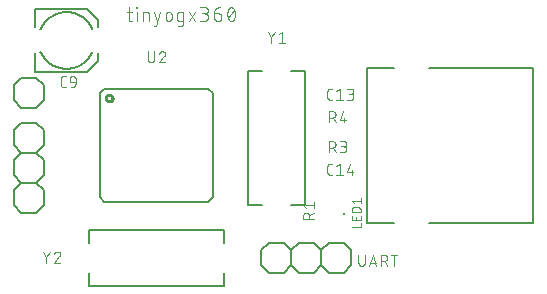
<source format=gbr>
G04 EAGLE Gerber RS-274X export*
G75*
%MOMM*%
%FSLAX34Y34*%
%LPD*%
%INSilkscreen Top*%
%IPPOS*%
%AMOC8*
5,1,8,0,0,1.08239X$1,22.5*%
G01*
%ADD10C,0.101600*%
%ADD11C,0.200000*%
%ADD12C,0.127000*%
%ADD13C,0.076200*%
%ADD14C,0.152400*%
%ADD15C,0.203200*%
%ADD16C,0.254000*%
%ADD17R,0.250000X0.250000*%


D10*
X108458Y240072D02*
X112353Y240072D01*
X109756Y243967D02*
X109756Y234230D01*
X109757Y234230D02*
X109759Y234143D01*
X109765Y234055D01*
X109775Y233969D01*
X109788Y233882D01*
X109806Y233797D01*
X109827Y233712D01*
X109852Y233628D01*
X109881Y233546D01*
X109914Y233465D01*
X109950Y233385D01*
X109989Y233307D01*
X110033Y233231D01*
X110079Y233157D01*
X110129Y233086D01*
X110182Y233016D01*
X110238Y232949D01*
X110297Y232885D01*
X110359Y232823D01*
X110423Y232764D01*
X110490Y232708D01*
X110560Y232655D01*
X110631Y232605D01*
X110705Y232559D01*
X110781Y232515D01*
X110859Y232476D01*
X110939Y232440D01*
X111020Y232407D01*
X111102Y232378D01*
X111186Y232353D01*
X111271Y232332D01*
X111356Y232314D01*
X111443Y232301D01*
X111529Y232291D01*
X111617Y232285D01*
X111704Y232283D01*
X112353Y232283D01*
X116594Y232283D02*
X116594Y240072D01*
X116269Y243318D02*
X116269Y243967D01*
X116918Y243967D01*
X116918Y243318D01*
X116269Y243318D01*
X121617Y240072D02*
X121617Y232283D01*
X121617Y240072D02*
X124863Y240072D01*
X124950Y240070D01*
X125038Y240064D01*
X125124Y240054D01*
X125211Y240041D01*
X125296Y240023D01*
X125381Y240002D01*
X125465Y239977D01*
X125547Y239948D01*
X125628Y239915D01*
X125708Y239879D01*
X125786Y239840D01*
X125862Y239796D01*
X125936Y239750D01*
X126007Y239700D01*
X126077Y239647D01*
X126144Y239591D01*
X126208Y239532D01*
X126270Y239471D01*
X126329Y239406D01*
X126385Y239339D01*
X126438Y239269D01*
X126488Y239198D01*
X126534Y239124D01*
X126578Y239048D01*
X126617Y238970D01*
X126653Y238890D01*
X126686Y238809D01*
X126715Y238727D01*
X126740Y238643D01*
X126761Y238558D01*
X126779Y238473D01*
X126792Y238386D01*
X126802Y238300D01*
X126808Y238212D01*
X126810Y238125D01*
X126810Y232283D01*
X131523Y228388D02*
X132821Y228388D01*
X136716Y240072D01*
X131523Y240072D02*
X134120Y232283D01*
X141048Y234879D02*
X141048Y237476D01*
X141049Y237476D02*
X141051Y237577D01*
X141057Y237677D01*
X141067Y237777D01*
X141080Y237877D01*
X141098Y237976D01*
X141119Y238075D01*
X141144Y238172D01*
X141173Y238269D01*
X141206Y238364D01*
X141242Y238458D01*
X141282Y238550D01*
X141325Y238641D01*
X141372Y238730D01*
X141422Y238817D01*
X141476Y238903D01*
X141533Y238986D01*
X141593Y239066D01*
X141656Y239145D01*
X141723Y239221D01*
X141792Y239294D01*
X141864Y239364D01*
X141938Y239432D01*
X142015Y239497D01*
X142095Y239558D01*
X142177Y239617D01*
X142261Y239672D01*
X142347Y239724D01*
X142435Y239773D01*
X142525Y239818D01*
X142617Y239860D01*
X142710Y239898D01*
X142805Y239932D01*
X142900Y239963D01*
X142997Y239990D01*
X143095Y240013D01*
X143194Y240033D01*
X143294Y240048D01*
X143394Y240060D01*
X143494Y240068D01*
X143595Y240072D01*
X143695Y240072D01*
X143796Y240068D01*
X143896Y240060D01*
X143996Y240048D01*
X144096Y240033D01*
X144195Y240013D01*
X144293Y239990D01*
X144390Y239963D01*
X144485Y239932D01*
X144580Y239898D01*
X144673Y239860D01*
X144765Y239818D01*
X144855Y239773D01*
X144943Y239724D01*
X145029Y239672D01*
X145113Y239617D01*
X145195Y239558D01*
X145275Y239497D01*
X145352Y239432D01*
X145426Y239364D01*
X145498Y239294D01*
X145567Y239221D01*
X145634Y239145D01*
X145697Y239066D01*
X145757Y238986D01*
X145814Y238903D01*
X145868Y238817D01*
X145918Y238730D01*
X145965Y238641D01*
X146008Y238550D01*
X146048Y238458D01*
X146084Y238364D01*
X146117Y238269D01*
X146146Y238172D01*
X146171Y238075D01*
X146192Y237976D01*
X146210Y237877D01*
X146223Y237777D01*
X146233Y237677D01*
X146239Y237577D01*
X146241Y237476D01*
X146241Y234879D01*
X146239Y234778D01*
X146233Y234678D01*
X146223Y234578D01*
X146210Y234478D01*
X146192Y234379D01*
X146171Y234280D01*
X146146Y234183D01*
X146117Y234086D01*
X146084Y233991D01*
X146048Y233897D01*
X146008Y233805D01*
X145965Y233714D01*
X145918Y233625D01*
X145868Y233538D01*
X145814Y233452D01*
X145757Y233369D01*
X145697Y233289D01*
X145634Y233210D01*
X145567Y233134D01*
X145498Y233061D01*
X145426Y232991D01*
X145352Y232923D01*
X145275Y232858D01*
X145195Y232797D01*
X145113Y232738D01*
X145029Y232683D01*
X144943Y232631D01*
X144855Y232582D01*
X144765Y232537D01*
X144673Y232495D01*
X144580Y232457D01*
X144485Y232423D01*
X144390Y232392D01*
X144293Y232365D01*
X144195Y232342D01*
X144096Y232322D01*
X143996Y232307D01*
X143896Y232295D01*
X143796Y232287D01*
X143695Y232283D01*
X143595Y232283D01*
X143494Y232287D01*
X143394Y232295D01*
X143294Y232307D01*
X143194Y232322D01*
X143095Y232342D01*
X142997Y232365D01*
X142900Y232392D01*
X142805Y232423D01*
X142710Y232457D01*
X142617Y232495D01*
X142525Y232537D01*
X142435Y232582D01*
X142347Y232631D01*
X142261Y232683D01*
X142177Y232738D01*
X142095Y232797D01*
X142015Y232858D01*
X141938Y232923D01*
X141864Y232991D01*
X141792Y233061D01*
X141723Y233134D01*
X141656Y233210D01*
X141593Y233289D01*
X141533Y233369D01*
X141476Y233452D01*
X141422Y233538D01*
X141372Y233625D01*
X141325Y233714D01*
X141282Y233805D01*
X141242Y233897D01*
X141206Y233991D01*
X141173Y234086D01*
X141144Y234183D01*
X141119Y234280D01*
X141098Y234379D01*
X141080Y234478D01*
X141067Y234578D01*
X141057Y234678D01*
X141051Y234778D01*
X141049Y234879D01*
X152843Y232283D02*
X156088Y232283D01*
X152843Y232283D02*
X152756Y232285D01*
X152668Y232291D01*
X152582Y232301D01*
X152495Y232314D01*
X152410Y232332D01*
X152325Y232353D01*
X152241Y232378D01*
X152159Y232407D01*
X152078Y232440D01*
X151998Y232476D01*
X151920Y232515D01*
X151844Y232559D01*
X151770Y232605D01*
X151699Y232655D01*
X151629Y232708D01*
X151562Y232764D01*
X151498Y232823D01*
X151436Y232885D01*
X151377Y232949D01*
X151321Y233016D01*
X151268Y233086D01*
X151218Y233157D01*
X151172Y233231D01*
X151128Y233307D01*
X151089Y233385D01*
X151053Y233465D01*
X151020Y233546D01*
X150991Y233628D01*
X150966Y233712D01*
X150945Y233797D01*
X150927Y233882D01*
X150914Y233969D01*
X150904Y234055D01*
X150898Y234143D01*
X150896Y234230D01*
X150895Y234230D02*
X150895Y238125D01*
X150896Y238125D02*
X150898Y238212D01*
X150904Y238300D01*
X150914Y238386D01*
X150927Y238473D01*
X150945Y238558D01*
X150966Y238643D01*
X150991Y238727D01*
X151020Y238809D01*
X151053Y238890D01*
X151089Y238970D01*
X151128Y239048D01*
X151172Y239124D01*
X151218Y239198D01*
X151268Y239269D01*
X151321Y239339D01*
X151377Y239406D01*
X151436Y239470D01*
X151498Y239532D01*
X151562Y239591D01*
X151629Y239647D01*
X151699Y239700D01*
X151770Y239750D01*
X151844Y239796D01*
X151920Y239840D01*
X151998Y239879D01*
X152078Y239915D01*
X152159Y239948D01*
X152241Y239977D01*
X152325Y240002D01*
X152410Y240023D01*
X152495Y240041D01*
X152582Y240054D01*
X152668Y240064D01*
X152756Y240070D01*
X152843Y240072D01*
X156088Y240072D01*
X156088Y230336D01*
X156086Y230249D01*
X156080Y230161D01*
X156070Y230075D01*
X156057Y229988D01*
X156039Y229903D01*
X156018Y229818D01*
X155993Y229734D01*
X155964Y229652D01*
X155931Y229571D01*
X155895Y229491D01*
X155856Y229413D01*
X155812Y229337D01*
X155766Y229263D01*
X155716Y229192D01*
X155663Y229122D01*
X155607Y229055D01*
X155548Y228991D01*
X155487Y228929D01*
X155422Y228870D01*
X155355Y228814D01*
X155285Y228761D01*
X155214Y228711D01*
X155140Y228665D01*
X155064Y228621D01*
X154986Y228582D01*
X154906Y228546D01*
X154825Y228513D01*
X154743Y228484D01*
X154659Y228459D01*
X154574Y228438D01*
X154489Y228420D01*
X154402Y228407D01*
X154316Y228397D01*
X154228Y228391D01*
X154141Y228389D01*
X154141Y228388D02*
X151544Y228388D01*
X160860Y232283D02*
X166053Y240072D01*
X160860Y240072D02*
X166053Y232283D01*
X170498Y232283D02*
X173744Y232283D01*
X173857Y232285D01*
X173970Y232291D01*
X174083Y232301D01*
X174196Y232315D01*
X174308Y232332D01*
X174419Y232354D01*
X174529Y232379D01*
X174639Y232409D01*
X174747Y232442D01*
X174854Y232479D01*
X174960Y232519D01*
X175064Y232564D01*
X175167Y232612D01*
X175268Y232663D01*
X175367Y232718D01*
X175464Y232776D01*
X175559Y232838D01*
X175652Y232903D01*
X175742Y232971D01*
X175830Y233042D01*
X175916Y233117D01*
X175999Y233194D01*
X176079Y233274D01*
X176156Y233357D01*
X176231Y233443D01*
X176302Y233531D01*
X176370Y233621D01*
X176435Y233714D01*
X176497Y233809D01*
X176555Y233906D01*
X176610Y234005D01*
X176661Y234106D01*
X176709Y234209D01*
X176754Y234313D01*
X176794Y234419D01*
X176831Y234526D01*
X176864Y234634D01*
X176894Y234744D01*
X176919Y234854D01*
X176941Y234965D01*
X176958Y235077D01*
X176972Y235190D01*
X176982Y235303D01*
X176988Y235416D01*
X176990Y235529D01*
X176988Y235642D01*
X176982Y235755D01*
X176972Y235868D01*
X176958Y235981D01*
X176941Y236093D01*
X176919Y236204D01*
X176894Y236314D01*
X176864Y236424D01*
X176831Y236532D01*
X176794Y236639D01*
X176754Y236745D01*
X176709Y236849D01*
X176661Y236952D01*
X176610Y237053D01*
X176555Y237152D01*
X176497Y237249D01*
X176435Y237344D01*
X176370Y237437D01*
X176302Y237527D01*
X176231Y237615D01*
X176156Y237701D01*
X176079Y237784D01*
X175999Y237864D01*
X175916Y237941D01*
X175830Y238016D01*
X175742Y238087D01*
X175652Y238155D01*
X175559Y238220D01*
X175464Y238282D01*
X175367Y238340D01*
X175268Y238395D01*
X175167Y238446D01*
X175064Y238494D01*
X174960Y238539D01*
X174854Y238579D01*
X174747Y238616D01*
X174639Y238649D01*
X174529Y238679D01*
X174419Y238704D01*
X174308Y238726D01*
X174196Y238743D01*
X174083Y238757D01*
X173970Y238767D01*
X173857Y238773D01*
X173744Y238775D01*
X174393Y243967D02*
X170498Y243967D01*
X174393Y243967D02*
X174494Y243965D01*
X174594Y243959D01*
X174694Y243949D01*
X174794Y243936D01*
X174893Y243918D01*
X174992Y243897D01*
X175089Y243872D01*
X175186Y243843D01*
X175281Y243810D01*
X175375Y243774D01*
X175467Y243734D01*
X175558Y243691D01*
X175647Y243644D01*
X175734Y243594D01*
X175820Y243540D01*
X175903Y243483D01*
X175983Y243423D01*
X176062Y243360D01*
X176138Y243293D01*
X176211Y243224D01*
X176281Y243152D01*
X176349Y243078D01*
X176414Y243001D01*
X176475Y242921D01*
X176534Y242839D01*
X176589Y242755D01*
X176641Y242669D01*
X176690Y242581D01*
X176735Y242491D01*
X176777Y242399D01*
X176815Y242306D01*
X176849Y242211D01*
X176880Y242116D01*
X176907Y242019D01*
X176930Y241921D01*
X176950Y241822D01*
X176965Y241722D01*
X176977Y241622D01*
X176985Y241522D01*
X176989Y241421D01*
X176989Y241321D01*
X176985Y241220D01*
X176977Y241120D01*
X176965Y241020D01*
X176950Y240920D01*
X176930Y240821D01*
X176907Y240723D01*
X176880Y240626D01*
X176849Y240531D01*
X176815Y240436D01*
X176777Y240343D01*
X176735Y240251D01*
X176690Y240161D01*
X176641Y240073D01*
X176589Y239987D01*
X176534Y239903D01*
X176475Y239821D01*
X176414Y239741D01*
X176349Y239664D01*
X176281Y239590D01*
X176211Y239518D01*
X176138Y239449D01*
X176062Y239382D01*
X175983Y239319D01*
X175903Y239259D01*
X175820Y239202D01*
X175734Y239148D01*
X175647Y239098D01*
X175558Y239051D01*
X175467Y239008D01*
X175375Y238968D01*
X175281Y238932D01*
X175186Y238899D01*
X175089Y238870D01*
X174992Y238845D01*
X174893Y238824D01*
X174794Y238806D01*
X174694Y238793D01*
X174594Y238783D01*
X174494Y238777D01*
X174393Y238775D01*
X174393Y238774D02*
X171796Y238774D01*
X181928Y238774D02*
X185823Y238774D01*
X185922Y238772D01*
X186022Y238766D01*
X186121Y238757D01*
X186219Y238744D01*
X186317Y238727D01*
X186415Y238706D01*
X186511Y238681D01*
X186606Y238653D01*
X186700Y238621D01*
X186793Y238586D01*
X186885Y238547D01*
X186975Y238504D01*
X187063Y238459D01*
X187150Y238409D01*
X187234Y238357D01*
X187317Y238301D01*
X187397Y238243D01*
X187475Y238181D01*
X187550Y238116D01*
X187623Y238048D01*
X187693Y237978D01*
X187761Y237905D01*
X187826Y237830D01*
X187888Y237752D01*
X187946Y237672D01*
X188002Y237589D01*
X188054Y237505D01*
X188104Y237418D01*
X188149Y237330D01*
X188192Y237240D01*
X188231Y237148D01*
X188266Y237055D01*
X188298Y236961D01*
X188326Y236866D01*
X188351Y236770D01*
X188372Y236672D01*
X188389Y236574D01*
X188402Y236476D01*
X188411Y236377D01*
X188417Y236277D01*
X188419Y236178D01*
X188419Y235529D01*
X188420Y235529D02*
X188418Y235416D01*
X188412Y235303D01*
X188402Y235190D01*
X188388Y235077D01*
X188371Y234965D01*
X188349Y234854D01*
X188324Y234744D01*
X188294Y234634D01*
X188261Y234526D01*
X188224Y234419D01*
X188184Y234313D01*
X188139Y234209D01*
X188091Y234106D01*
X188040Y234005D01*
X187985Y233906D01*
X187927Y233809D01*
X187865Y233714D01*
X187800Y233621D01*
X187732Y233531D01*
X187661Y233443D01*
X187586Y233357D01*
X187509Y233274D01*
X187429Y233194D01*
X187346Y233117D01*
X187260Y233042D01*
X187172Y232971D01*
X187082Y232903D01*
X186989Y232838D01*
X186894Y232776D01*
X186797Y232718D01*
X186698Y232663D01*
X186597Y232612D01*
X186494Y232564D01*
X186390Y232519D01*
X186284Y232479D01*
X186177Y232442D01*
X186069Y232409D01*
X185959Y232379D01*
X185849Y232354D01*
X185738Y232332D01*
X185626Y232315D01*
X185513Y232301D01*
X185400Y232291D01*
X185287Y232285D01*
X185174Y232283D01*
X185061Y232285D01*
X184948Y232291D01*
X184835Y232301D01*
X184722Y232315D01*
X184610Y232332D01*
X184499Y232354D01*
X184389Y232379D01*
X184279Y232409D01*
X184171Y232442D01*
X184064Y232479D01*
X183958Y232519D01*
X183854Y232564D01*
X183751Y232612D01*
X183650Y232663D01*
X183551Y232718D01*
X183454Y232776D01*
X183359Y232838D01*
X183266Y232903D01*
X183176Y232971D01*
X183088Y233042D01*
X183002Y233117D01*
X182919Y233194D01*
X182839Y233274D01*
X182762Y233357D01*
X182687Y233443D01*
X182616Y233531D01*
X182548Y233621D01*
X182483Y233714D01*
X182421Y233809D01*
X182363Y233906D01*
X182308Y234005D01*
X182257Y234106D01*
X182209Y234209D01*
X182164Y234313D01*
X182124Y234419D01*
X182087Y234526D01*
X182054Y234634D01*
X182024Y234744D01*
X181999Y234854D01*
X181977Y234965D01*
X181960Y235077D01*
X181946Y235190D01*
X181936Y235303D01*
X181930Y235416D01*
X181928Y235529D01*
X181928Y238774D01*
X181930Y238917D01*
X181936Y239060D01*
X181946Y239203D01*
X181960Y239345D01*
X181977Y239487D01*
X181999Y239629D01*
X182024Y239770D01*
X182054Y239910D01*
X182087Y240049D01*
X182124Y240187D01*
X182165Y240324D01*
X182209Y240460D01*
X182258Y240595D01*
X182310Y240728D01*
X182365Y240860D01*
X182425Y240990D01*
X182488Y241119D01*
X182554Y241246D01*
X182624Y241370D01*
X182697Y241493D01*
X182774Y241614D01*
X182854Y241733D01*
X182937Y241849D01*
X183023Y241964D01*
X183112Y242075D01*
X183205Y242185D01*
X183300Y242291D01*
X183399Y242395D01*
X183500Y242496D01*
X183604Y242595D01*
X183710Y242690D01*
X183820Y242783D01*
X183931Y242872D01*
X184046Y242958D01*
X184162Y243041D01*
X184281Y243121D01*
X184402Y243198D01*
X184524Y243271D01*
X184649Y243341D01*
X184776Y243407D01*
X184905Y243470D01*
X185035Y243530D01*
X185167Y243585D01*
X185300Y243637D01*
X185435Y243686D01*
X185571Y243730D01*
X185708Y243771D01*
X185846Y243808D01*
X185985Y243841D01*
X186125Y243871D01*
X186266Y243896D01*
X186408Y243918D01*
X186550Y243935D01*
X186692Y243949D01*
X186835Y243959D01*
X186978Y243965D01*
X187121Y243967D01*
X194332Y242344D02*
X194233Y242136D01*
X194140Y241926D01*
X194052Y241714D01*
X193969Y241500D01*
X193891Y241283D01*
X193818Y241065D01*
X193750Y240846D01*
X193688Y240624D01*
X193631Y240402D01*
X193579Y240178D01*
X193533Y239953D01*
X193492Y239727D01*
X193457Y239499D01*
X193427Y239272D01*
X193402Y239043D01*
X193383Y238814D01*
X193369Y238585D01*
X193361Y238355D01*
X193358Y238125D01*
X194332Y242344D02*
X194365Y242434D01*
X194401Y242523D01*
X194441Y242611D01*
X194485Y242696D01*
X194532Y242780D01*
X194582Y242862D01*
X194636Y242942D01*
X194692Y243019D01*
X194752Y243095D01*
X194815Y243168D01*
X194880Y243238D01*
X194949Y243306D01*
X195020Y243370D01*
X195093Y243432D01*
X195169Y243491D01*
X195247Y243547D01*
X195328Y243600D01*
X195410Y243649D01*
X195494Y243695D01*
X195581Y243738D01*
X195668Y243777D01*
X195758Y243813D01*
X195848Y243845D01*
X195940Y243873D01*
X196033Y243898D01*
X196127Y243919D01*
X196221Y243936D01*
X196316Y243950D01*
X196412Y243959D01*
X196508Y243965D01*
X196604Y243967D01*
X196700Y243965D01*
X196796Y243959D01*
X196892Y243950D01*
X196987Y243936D01*
X197081Y243919D01*
X197175Y243898D01*
X197268Y243873D01*
X197360Y243845D01*
X197450Y243813D01*
X197540Y243777D01*
X197627Y243738D01*
X197714Y243695D01*
X197798Y243649D01*
X197880Y243600D01*
X197961Y243547D01*
X198039Y243491D01*
X198115Y243432D01*
X198188Y243370D01*
X198259Y243306D01*
X198328Y243238D01*
X198393Y243168D01*
X198456Y243095D01*
X198516Y243019D01*
X198572Y242942D01*
X198626Y242862D01*
X198676Y242780D01*
X198723Y242696D01*
X198767Y242611D01*
X198807Y242523D01*
X198843Y242434D01*
X198876Y242344D01*
X198975Y242137D01*
X199068Y241927D01*
X199156Y241714D01*
X199239Y241500D01*
X199317Y241284D01*
X199390Y241066D01*
X199458Y240846D01*
X199520Y240625D01*
X199577Y240402D01*
X199629Y240178D01*
X199675Y239953D01*
X199716Y239727D01*
X199751Y239500D01*
X199781Y239272D01*
X199806Y239043D01*
X199825Y238814D01*
X199839Y238585D01*
X199847Y238355D01*
X199850Y238125D01*
X193358Y238125D02*
X193361Y237895D01*
X193369Y237665D01*
X193383Y237436D01*
X193402Y237207D01*
X193427Y236978D01*
X193457Y236750D01*
X193492Y236523D01*
X193533Y236297D01*
X193579Y236072D01*
X193631Y235848D01*
X193688Y235625D01*
X193750Y235404D01*
X193818Y235184D01*
X193891Y234966D01*
X193969Y234750D01*
X194052Y234536D01*
X194140Y234324D01*
X194233Y234113D01*
X194332Y233906D01*
X194365Y233816D01*
X194401Y233727D01*
X194442Y233639D01*
X194485Y233554D01*
X194532Y233470D01*
X194582Y233388D01*
X194636Y233308D01*
X194692Y233231D01*
X194752Y233155D01*
X194815Y233082D01*
X194880Y233012D01*
X194949Y232944D01*
X195020Y232880D01*
X195093Y232818D01*
X195169Y232759D01*
X195247Y232703D01*
X195328Y232650D01*
X195410Y232601D01*
X195494Y232555D01*
X195581Y232512D01*
X195668Y232473D01*
X195758Y232437D01*
X195848Y232405D01*
X195940Y232377D01*
X196033Y232352D01*
X196127Y232331D01*
X196221Y232314D01*
X196316Y232300D01*
X196412Y232291D01*
X196508Y232285D01*
X196604Y232283D01*
X198875Y233906D02*
X198974Y234113D01*
X199067Y234324D01*
X199155Y234536D01*
X199238Y234750D01*
X199316Y234966D01*
X199389Y235184D01*
X199457Y235404D01*
X199519Y235625D01*
X199576Y235848D01*
X199628Y236072D01*
X199674Y236297D01*
X199715Y236523D01*
X199750Y236750D01*
X199780Y236978D01*
X199805Y237207D01*
X199824Y237436D01*
X199838Y237665D01*
X199846Y237895D01*
X199849Y238125D01*
X198876Y233906D02*
X198843Y233816D01*
X198807Y233727D01*
X198767Y233639D01*
X198723Y233554D01*
X198676Y233470D01*
X198626Y233388D01*
X198572Y233308D01*
X198516Y233231D01*
X198456Y233155D01*
X198393Y233082D01*
X198328Y233012D01*
X198259Y232944D01*
X198188Y232880D01*
X198115Y232818D01*
X198039Y232759D01*
X197961Y232703D01*
X197880Y232650D01*
X197798Y232601D01*
X197714Y232555D01*
X197627Y232512D01*
X197540Y232473D01*
X197450Y232437D01*
X197360Y232405D01*
X197268Y232377D01*
X197175Y232352D01*
X197081Y232331D01*
X196987Y232314D01*
X196892Y232300D01*
X196796Y232291D01*
X196700Y232285D01*
X196604Y232283D01*
X194007Y234879D02*
X199200Y241371D01*
D11*
X364350Y61500D02*
X452350Y61500D01*
X452350Y192500D01*
X364350Y192500D01*
X334350Y61500D02*
X311350Y61500D01*
X311350Y192500D01*
X334350Y192500D01*
D12*
X222410Y76350D02*
X210950Y76350D01*
X210950Y190350D01*
X222410Y190350D01*
X247490Y190350D02*
X258950Y190350D01*
X258950Y76350D01*
X247490Y76350D01*
D13*
X230571Y218681D02*
X227438Y223119D01*
X230571Y218681D02*
X233704Y223119D01*
X230571Y218681D02*
X230571Y213721D01*
X237104Y221031D02*
X239715Y223119D01*
X239715Y213721D01*
X242325Y213721D02*
X237104Y213721D01*
D14*
X241300Y44450D02*
X228600Y44450D01*
X241300Y44450D02*
X247650Y38100D01*
X247650Y25400D01*
X241300Y19050D01*
X247650Y38100D02*
X254000Y44450D01*
X266700Y44450D01*
X273050Y38100D01*
X273050Y25400D01*
X266700Y19050D01*
X254000Y19050D01*
X247650Y25400D01*
X222250Y25400D02*
X222250Y38100D01*
X228600Y44450D01*
X222250Y25400D02*
X228600Y19050D01*
X241300Y19050D01*
X273050Y38100D02*
X279400Y44450D01*
X292100Y44450D01*
X298450Y38100D01*
X298450Y25400D01*
X292100Y19050D01*
X279400Y19050D01*
X273050Y25400D01*
D13*
X304419Y27630D02*
X304419Y34417D01*
X304419Y27630D02*
X304421Y27529D01*
X304427Y27428D01*
X304437Y27327D01*
X304450Y27227D01*
X304468Y27127D01*
X304489Y27028D01*
X304515Y26930D01*
X304544Y26833D01*
X304576Y26737D01*
X304613Y26643D01*
X304653Y26550D01*
X304697Y26458D01*
X304744Y26369D01*
X304795Y26281D01*
X304849Y26195D01*
X304906Y26112D01*
X304966Y26030D01*
X305030Y25952D01*
X305096Y25875D01*
X305166Y25802D01*
X305238Y25731D01*
X305313Y25663D01*
X305391Y25598D01*
X305471Y25536D01*
X305553Y25477D01*
X305638Y25421D01*
X305725Y25369D01*
X305813Y25320D01*
X305904Y25274D01*
X305996Y25233D01*
X306090Y25194D01*
X306185Y25160D01*
X306281Y25129D01*
X306379Y25102D01*
X306477Y25078D01*
X306577Y25059D01*
X306677Y25043D01*
X306777Y25031D01*
X306878Y25023D01*
X306979Y25019D01*
X307081Y25019D01*
X307182Y25023D01*
X307283Y25031D01*
X307383Y25043D01*
X307483Y25059D01*
X307583Y25078D01*
X307681Y25102D01*
X307779Y25129D01*
X307875Y25160D01*
X307970Y25194D01*
X308064Y25233D01*
X308156Y25274D01*
X308247Y25320D01*
X308335Y25369D01*
X308422Y25421D01*
X308507Y25477D01*
X308589Y25536D01*
X308669Y25598D01*
X308747Y25663D01*
X308822Y25731D01*
X308894Y25802D01*
X308964Y25875D01*
X309030Y25952D01*
X309094Y26030D01*
X309154Y26112D01*
X309211Y26195D01*
X309265Y26281D01*
X309316Y26369D01*
X309363Y26458D01*
X309407Y26550D01*
X309447Y26643D01*
X309484Y26737D01*
X309516Y26833D01*
X309545Y26930D01*
X309571Y27028D01*
X309592Y27127D01*
X309610Y27227D01*
X309623Y27327D01*
X309633Y27428D01*
X309639Y27529D01*
X309641Y27630D01*
X309640Y27630D02*
X309640Y34417D01*
X316478Y34417D02*
X313346Y25019D01*
X319611Y25019D02*
X316478Y34417D01*
X318828Y27369D02*
X314129Y27369D01*
X323374Y25019D02*
X323374Y34417D01*
X325984Y34417D01*
X326085Y34415D01*
X326186Y34409D01*
X326287Y34399D01*
X326387Y34386D01*
X326487Y34368D01*
X326586Y34347D01*
X326684Y34321D01*
X326781Y34292D01*
X326877Y34260D01*
X326971Y34223D01*
X327064Y34183D01*
X327156Y34139D01*
X327245Y34092D01*
X327333Y34041D01*
X327419Y33987D01*
X327502Y33930D01*
X327584Y33870D01*
X327662Y33806D01*
X327739Y33740D01*
X327812Y33670D01*
X327883Y33598D01*
X327951Y33523D01*
X328016Y33445D01*
X328078Y33365D01*
X328137Y33283D01*
X328193Y33198D01*
X328245Y33111D01*
X328294Y33023D01*
X328340Y32932D01*
X328381Y32840D01*
X328420Y32746D01*
X328454Y32651D01*
X328485Y32555D01*
X328512Y32457D01*
X328536Y32359D01*
X328555Y32259D01*
X328571Y32159D01*
X328583Y32059D01*
X328591Y31958D01*
X328595Y31857D01*
X328595Y31755D01*
X328591Y31654D01*
X328583Y31553D01*
X328571Y31453D01*
X328555Y31353D01*
X328536Y31253D01*
X328512Y31155D01*
X328485Y31057D01*
X328454Y30961D01*
X328420Y30866D01*
X328381Y30772D01*
X328340Y30680D01*
X328294Y30589D01*
X328245Y30500D01*
X328193Y30414D01*
X328137Y30329D01*
X328078Y30247D01*
X328016Y30167D01*
X327951Y30089D01*
X327883Y30014D01*
X327812Y29942D01*
X327739Y29872D01*
X327662Y29806D01*
X327584Y29742D01*
X327502Y29682D01*
X327419Y29625D01*
X327333Y29571D01*
X327245Y29520D01*
X327156Y29473D01*
X327064Y29429D01*
X326971Y29389D01*
X326877Y29352D01*
X326781Y29320D01*
X326684Y29291D01*
X326586Y29265D01*
X326487Y29244D01*
X326387Y29226D01*
X326287Y29213D01*
X326186Y29203D01*
X326085Y29197D01*
X325984Y29195D01*
X325984Y29196D02*
X323374Y29196D01*
X326506Y29196D02*
X328595Y25019D01*
X334461Y25019D02*
X334461Y34417D01*
X331851Y34417D02*
X337072Y34417D01*
D15*
X89350Y175000D02*
X85350Y171000D01*
X89350Y175000D02*
X177350Y175000D01*
X181350Y171000D01*
X181350Y83000D01*
X177350Y79000D01*
X89350Y79000D01*
X85350Y83000D01*
X85350Y171000D01*
D16*
X90523Y167000D02*
X90525Y167106D01*
X90531Y167211D01*
X90541Y167317D01*
X90555Y167421D01*
X90572Y167526D01*
X90594Y167629D01*
X90619Y167732D01*
X90649Y167833D01*
X90682Y167934D01*
X90718Y168033D01*
X90759Y168130D01*
X90803Y168227D01*
X90851Y168321D01*
X90902Y168414D01*
X90956Y168504D01*
X91014Y168593D01*
X91075Y168679D01*
X91140Y168763D01*
X91207Y168844D01*
X91278Y168923D01*
X91351Y168999D01*
X91427Y169072D01*
X91506Y169143D01*
X91587Y169210D01*
X91671Y169275D01*
X91757Y169336D01*
X91846Y169394D01*
X91937Y169448D01*
X92029Y169499D01*
X92123Y169547D01*
X92220Y169591D01*
X92317Y169632D01*
X92416Y169668D01*
X92517Y169701D01*
X92618Y169731D01*
X92721Y169756D01*
X92824Y169778D01*
X92929Y169795D01*
X93033Y169809D01*
X93139Y169819D01*
X93244Y169825D01*
X93350Y169827D01*
X93456Y169825D01*
X93561Y169819D01*
X93667Y169809D01*
X93771Y169795D01*
X93876Y169778D01*
X93979Y169756D01*
X94082Y169731D01*
X94183Y169701D01*
X94284Y169668D01*
X94383Y169632D01*
X94480Y169591D01*
X94577Y169547D01*
X94671Y169499D01*
X94764Y169448D01*
X94854Y169394D01*
X94943Y169336D01*
X95029Y169275D01*
X95113Y169210D01*
X95194Y169143D01*
X95273Y169072D01*
X95349Y168999D01*
X95422Y168923D01*
X95493Y168844D01*
X95560Y168763D01*
X95625Y168679D01*
X95686Y168593D01*
X95744Y168504D01*
X95798Y168413D01*
X95849Y168321D01*
X95897Y168227D01*
X95941Y168130D01*
X95982Y168033D01*
X96018Y167934D01*
X96051Y167833D01*
X96081Y167732D01*
X96106Y167629D01*
X96128Y167526D01*
X96145Y167421D01*
X96159Y167317D01*
X96169Y167211D01*
X96175Y167106D01*
X96177Y167000D01*
X96175Y166894D01*
X96169Y166789D01*
X96159Y166683D01*
X96145Y166579D01*
X96128Y166474D01*
X96106Y166371D01*
X96081Y166268D01*
X96051Y166167D01*
X96018Y166066D01*
X95982Y165967D01*
X95941Y165870D01*
X95897Y165773D01*
X95849Y165679D01*
X95798Y165586D01*
X95744Y165496D01*
X95686Y165407D01*
X95625Y165321D01*
X95560Y165237D01*
X95493Y165156D01*
X95422Y165077D01*
X95349Y165001D01*
X95273Y164928D01*
X95194Y164857D01*
X95113Y164790D01*
X95029Y164725D01*
X94943Y164664D01*
X94854Y164606D01*
X94763Y164552D01*
X94671Y164501D01*
X94577Y164453D01*
X94480Y164409D01*
X94383Y164368D01*
X94284Y164332D01*
X94183Y164299D01*
X94082Y164269D01*
X93979Y164244D01*
X93876Y164222D01*
X93771Y164205D01*
X93667Y164191D01*
X93561Y164181D01*
X93456Y164175D01*
X93350Y164173D01*
X93244Y164175D01*
X93139Y164181D01*
X93033Y164191D01*
X92929Y164205D01*
X92824Y164222D01*
X92721Y164244D01*
X92618Y164269D01*
X92517Y164299D01*
X92416Y164332D01*
X92317Y164368D01*
X92220Y164409D01*
X92123Y164453D01*
X92029Y164501D01*
X91936Y164552D01*
X91846Y164606D01*
X91757Y164664D01*
X91671Y164725D01*
X91587Y164790D01*
X91506Y164857D01*
X91427Y164928D01*
X91351Y165001D01*
X91278Y165077D01*
X91207Y165156D01*
X91140Y165237D01*
X91075Y165321D01*
X91014Y165407D01*
X90956Y165496D01*
X90902Y165587D01*
X90851Y165679D01*
X90803Y165773D01*
X90759Y165870D01*
X90718Y165967D01*
X90682Y166066D01*
X90649Y166167D01*
X90619Y166268D01*
X90594Y166371D01*
X90572Y166474D01*
X90555Y166579D01*
X90541Y166683D01*
X90531Y166789D01*
X90525Y166894D01*
X90523Y167000D01*
D13*
X126015Y199842D02*
X126015Y206629D01*
X126015Y199842D02*
X126017Y199741D01*
X126023Y199640D01*
X126033Y199539D01*
X126046Y199439D01*
X126064Y199339D01*
X126085Y199240D01*
X126111Y199142D01*
X126140Y199045D01*
X126172Y198949D01*
X126209Y198855D01*
X126249Y198762D01*
X126293Y198670D01*
X126340Y198581D01*
X126391Y198493D01*
X126445Y198407D01*
X126502Y198324D01*
X126562Y198242D01*
X126626Y198164D01*
X126692Y198087D01*
X126762Y198014D01*
X126834Y197943D01*
X126909Y197875D01*
X126987Y197810D01*
X127067Y197748D01*
X127149Y197689D01*
X127234Y197633D01*
X127321Y197581D01*
X127409Y197532D01*
X127500Y197486D01*
X127592Y197445D01*
X127686Y197406D01*
X127781Y197372D01*
X127877Y197341D01*
X127975Y197314D01*
X128073Y197290D01*
X128173Y197271D01*
X128273Y197255D01*
X128373Y197243D01*
X128474Y197235D01*
X128575Y197231D01*
X128677Y197231D01*
X128778Y197235D01*
X128879Y197243D01*
X128979Y197255D01*
X129079Y197271D01*
X129179Y197290D01*
X129277Y197314D01*
X129375Y197341D01*
X129471Y197372D01*
X129566Y197406D01*
X129660Y197445D01*
X129752Y197486D01*
X129843Y197532D01*
X129931Y197581D01*
X130018Y197633D01*
X130103Y197689D01*
X130185Y197748D01*
X130265Y197810D01*
X130343Y197875D01*
X130418Y197943D01*
X130490Y198014D01*
X130560Y198087D01*
X130626Y198164D01*
X130690Y198242D01*
X130750Y198324D01*
X130807Y198407D01*
X130861Y198493D01*
X130912Y198581D01*
X130959Y198670D01*
X131003Y198762D01*
X131043Y198855D01*
X131080Y198949D01*
X131112Y199045D01*
X131141Y199142D01*
X131167Y199240D01*
X131188Y199339D01*
X131206Y199439D01*
X131219Y199539D01*
X131229Y199640D01*
X131235Y199741D01*
X131237Y199842D01*
X131236Y199842D02*
X131236Y206629D01*
X138335Y206630D02*
X138430Y206628D01*
X138524Y206622D01*
X138618Y206613D01*
X138712Y206600D01*
X138805Y206583D01*
X138897Y206562D01*
X138989Y206537D01*
X139079Y206509D01*
X139168Y206477D01*
X139256Y206442D01*
X139342Y206403D01*
X139427Y206361D01*
X139510Y206315D01*
X139591Y206266D01*
X139670Y206214D01*
X139747Y206159D01*
X139821Y206100D01*
X139893Y206039D01*
X139963Y205975D01*
X140030Y205908D01*
X140094Y205838D01*
X140155Y205766D01*
X140214Y205692D01*
X140269Y205615D01*
X140321Y205536D01*
X140370Y205455D01*
X140416Y205372D01*
X140458Y205287D01*
X140497Y205201D01*
X140532Y205113D01*
X140564Y205024D01*
X140592Y204934D01*
X140617Y204842D01*
X140638Y204750D01*
X140655Y204657D01*
X140668Y204563D01*
X140677Y204469D01*
X140683Y204375D01*
X140685Y204280D01*
X138335Y206629D02*
X138227Y206627D01*
X138118Y206621D01*
X138010Y206611D01*
X137903Y206598D01*
X137796Y206580D01*
X137689Y206559D01*
X137584Y206534D01*
X137479Y206505D01*
X137376Y206473D01*
X137274Y206436D01*
X137173Y206396D01*
X137074Y206353D01*
X136976Y206306D01*
X136880Y206255D01*
X136786Y206201D01*
X136694Y206144D01*
X136604Y206083D01*
X136516Y206019D01*
X136431Y205953D01*
X136348Y205883D01*
X136268Y205810D01*
X136190Y205734D01*
X136115Y205656D01*
X136043Y205575D01*
X135974Y205491D01*
X135908Y205405D01*
X135845Y205317D01*
X135786Y205226D01*
X135729Y205134D01*
X135676Y205039D01*
X135627Y204943D01*
X135581Y204844D01*
X135538Y204745D01*
X135499Y204643D01*
X135464Y204541D01*
X139902Y202452D02*
X139971Y202521D01*
X140037Y202592D01*
X140101Y202665D01*
X140162Y202741D01*
X140220Y202820D01*
X140274Y202900D01*
X140326Y202983D01*
X140374Y203067D01*
X140420Y203153D01*
X140461Y203241D01*
X140500Y203331D01*
X140535Y203422D01*
X140566Y203514D01*
X140594Y203607D01*
X140618Y203701D01*
X140638Y203796D01*
X140655Y203892D01*
X140668Y203989D01*
X140677Y204086D01*
X140683Y204183D01*
X140685Y204280D01*
X139902Y202452D02*
X135464Y197231D01*
X140685Y197231D01*
D15*
X74650Y189400D02*
X30650Y189400D01*
X30650Y204900D01*
X30650Y226900D02*
X30650Y242400D01*
X74650Y242400D01*
X83650Y233400D02*
X83650Y226900D01*
X83650Y204900D02*
X83650Y198400D01*
X74650Y189400D01*
X83650Y233400D02*
X74650Y242400D01*
X79150Y206400D02*
X78911Y205864D01*
X78659Y205334D01*
X78394Y204811D01*
X78116Y204294D01*
X77825Y203784D01*
X77523Y203281D01*
X77208Y202786D01*
X76880Y202299D01*
X76541Y201820D01*
X76191Y201350D01*
X75829Y200888D01*
X75456Y200435D01*
X75072Y199991D01*
X74677Y199557D01*
X74271Y199133D01*
X73856Y198719D01*
X73430Y198315D01*
X72994Y197921D01*
X72549Y197539D01*
X72095Y197167D01*
X71632Y196807D01*
X71160Y196458D01*
X70680Y196121D01*
X70192Y195796D01*
X69696Y195482D01*
X69192Y195181D01*
X68681Y194893D01*
X68163Y194617D01*
X67639Y194353D01*
X67108Y194103D01*
X66571Y193866D01*
X66029Y193642D01*
X65481Y193431D01*
X64929Y193234D01*
X64371Y193050D01*
X63810Y192880D01*
X63244Y192724D01*
X62675Y192582D01*
X62102Y192453D01*
X61526Y192339D01*
X60948Y192239D01*
X60368Y192153D01*
X59785Y192081D01*
X59201Y192024D01*
X58616Y191981D01*
X58030Y191952D01*
X57443Y191938D01*
X56857Y191938D01*
X56270Y191952D01*
X55684Y191981D01*
X55099Y192024D01*
X54515Y192081D01*
X53932Y192153D01*
X53352Y192239D01*
X52774Y192339D01*
X52198Y192453D01*
X51625Y192582D01*
X51056Y192724D01*
X50490Y192880D01*
X49929Y193050D01*
X49371Y193234D01*
X48819Y193431D01*
X48271Y193642D01*
X47729Y193866D01*
X47192Y194103D01*
X46661Y194353D01*
X46137Y194617D01*
X45619Y194893D01*
X45108Y195181D01*
X44604Y195482D01*
X44108Y195796D01*
X43620Y196121D01*
X43140Y196458D01*
X42668Y196807D01*
X42205Y197167D01*
X41751Y197539D01*
X41306Y197921D01*
X40870Y198315D01*
X40444Y198719D01*
X40029Y199133D01*
X39623Y199557D01*
X39228Y199991D01*
X38844Y200435D01*
X38471Y200888D01*
X38109Y201350D01*
X37759Y201820D01*
X37420Y202299D01*
X37092Y202786D01*
X36777Y203281D01*
X36475Y203784D01*
X36184Y204294D01*
X35906Y204811D01*
X35641Y205334D01*
X35389Y205864D01*
X35150Y206400D01*
X35150Y225400D02*
X35389Y225936D01*
X35641Y226466D01*
X35906Y226989D01*
X36184Y227506D01*
X36475Y228016D01*
X36777Y228519D01*
X37092Y229014D01*
X37420Y229501D01*
X37759Y229980D01*
X38109Y230450D01*
X38471Y230912D01*
X38844Y231365D01*
X39228Y231809D01*
X39623Y232243D01*
X40029Y232667D01*
X40444Y233081D01*
X40870Y233485D01*
X41306Y233879D01*
X41751Y234261D01*
X42205Y234633D01*
X42668Y234993D01*
X43140Y235342D01*
X43620Y235679D01*
X44108Y236004D01*
X44604Y236318D01*
X45108Y236619D01*
X45619Y236907D01*
X46137Y237183D01*
X46661Y237447D01*
X47192Y237697D01*
X47729Y237934D01*
X48271Y238158D01*
X48819Y238369D01*
X49371Y238566D01*
X49929Y238750D01*
X50490Y238920D01*
X51056Y239076D01*
X51625Y239218D01*
X52198Y239347D01*
X52774Y239461D01*
X53352Y239561D01*
X53932Y239647D01*
X54515Y239719D01*
X55099Y239776D01*
X55684Y239819D01*
X56270Y239848D01*
X56857Y239862D01*
X57443Y239862D01*
X58030Y239848D01*
X58616Y239819D01*
X59201Y239776D01*
X59785Y239719D01*
X60368Y239647D01*
X60948Y239561D01*
X61526Y239461D01*
X62102Y239347D01*
X62675Y239218D01*
X63244Y239076D01*
X63810Y238920D01*
X64371Y238750D01*
X64929Y238566D01*
X65481Y238369D01*
X66029Y238158D01*
X66571Y237934D01*
X67108Y237697D01*
X67639Y237447D01*
X68163Y237183D01*
X68681Y236907D01*
X69192Y236619D01*
X69696Y236318D01*
X70192Y236004D01*
X70680Y235679D01*
X71160Y235342D01*
X71632Y234993D01*
X72095Y234633D01*
X72549Y234261D01*
X72994Y233879D01*
X73430Y233485D01*
X73856Y233081D01*
X74271Y232667D01*
X74677Y232243D01*
X75072Y231809D01*
X75456Y231365D01*
X75829Y230912D01*
X76191Y230450D01*
X76541Y229980D01*
X76880Y229501D01*
X77208Y229014D01*
X77523Y228519D01*
X77825Y228016D01*
X78116Y227506D01*
X78394Y226989D01*
X78659Y226466D01*
X78911Y225936D01*
X79150Y225400D01*
D13*
X56533Y176231D02*
X54444Y176231D01*
X54355Y176233D01*
X54267Y176239D01*
X54179Y176248D01*
X54091Y176261D01*
X54004Y176278D01*
X53918Y176298D01*
X53833Y176323D01*
X53748Y176350D01*
X53665Y176382D01*
X53584Y176416D01*
X53504Y176455D01*
X53426Y176496D01*
X53349Y176541D01*
X53275Y176589D01*
X53202Y176640D01*
X53132Y176694D01*
X53065Y176752D01*
X52999Y176812D01*
X52937Y176874D01*
X52877Y176940D01*
X52819Y177007D01*
X52765Y177077D01*
X52714Y177150D01*
X52666Y177224D01*
X52621Y177301D01*
X52580Y177379D01*
X52541Y177459D01*
X52507Y177540D01*
X52475Y177623D01*
X52448Y177708D01*
X52423Y177793D01*
X52403Y177879D01*
X52386Y177966D01*
X52373Y178054D01*
X52364Y178142D01*
X52358Y178230D01*
X52356Y178319D01*
X52356Y183541D01*
X52358Y183632D01*
X52364Y183723D01*
X52374Y183814D01*
X52388Y183904D01*
X52405Y183993D01*
X52427Y184081D01*
X52453Y184169D01*
X52482Y184255D01*
X52515Y184340D01*
X52552Y184423D01*
X52592Y184505D01*
X52636Y184585D01*
X52683Y184663D01*
X52734Y184739D01*
X52787Y184812D01*
X52844Y184883D01*
X52905Y184952D01*
X52968Y185017D01*
X53033Y185080D01*
X53102Y185140D01*
X53173Y185198D01*
X53246Y185251D01*
X53322Y185302D01*
X53400Y185349D01*
X53480Y185393D01*
X53562Y185433D01*
X53645Y185470D01*
X53730Y185503D01*
X53816Y185532D01*
X53904Y185558D01*
X53992Y185580D01*
X54081Y185597D01*
X54171Y185611D01*
X54262Y185621D01*
X54353Y185627D01*
X54444Y185629D01*
X56533Y185629D01*
X62090Y180408D02*
X65223Y180408D01*
X62090Y180408D02*
X62001Y180410D01*
X61913Y180416D01*
X61825Y180425D01*
X61737Y180438D01*
X61650Y180455D01*
X61564Y180475D01*
X61479Y180500D01*
X61394Y180527D01*
X61311Y180559D01*
X61230Y180593D01*
X61150Y180632D01*
X61072Y180673D01*
X60995Y180718D01*
X60921Y180766D01*
X60848Y180817D01*
X60778Y180871D01*
X60711Y180929D01*
X60645Y180989D01*
X60583Y181051D01*
X60523Y181117D01*
X60465Y181184D01*
X60411Y181254D01*
X60360Y181327D01*
X60312Y181401D01*
X60267Y181478D01*
X60226Y181556D01*
X60187Y181636D01*
X60153Y181717D01*
X60121Y181800D01*
X60094Y181885D01*
X60069Y181970D01*
X60049Y182056D01*
X60032Y182143D01*
X60019Y182231D01*
X60010Y182319D01*
X60004Y182407D01*
X60002Y182496D01*
X60002Y183018D01*
X60001Y183018D02*
X60003Y183119D01*
X60009Y183220D01*
X60019Y183321D01*
X60032Y183421D01*
X60050Y183521D01*
X60071Y183620D01*
X60097Y183718D01*
X60126Y183815D01*
X60158Y183911D01*
X60195Y184005D01*
X60235Y184098D01*
X60279Y184190D01*
X60326Y184279D01*
X60377Y184367D01*
X60431Y184453D01*
X60488Y184536D01*
X60548Y184618D01*
X60612Y184696D01*
X60678Y184773D01*
X60748Y184846D01*
X60820Y184917D01*
X60895Y184985D01*
X60973Y185050D01*
X61053Y185112D01*
X61135Y185171D01*
X61220Y185227D01*
X61307Y185279D01*
X61395Y185328D01*
X61486Y185374D01*
X61578Y185415D01*
X61672Y185454D01*
X61767Y185488D01*
X61863Y185519D01*
X61961Y185546D01*
X62059Y185570D01*
X62159Y185589D01*
X62259Y185605D01*
X62359Y185617D01*
X62460Y185625D01*
X62561Y185629D01*
X62663Y185629D01*
X62764Y185625D01*
X62865Y185617D01*
X62965Y185605D01*
X63065Y185589D01*
X63165Y185570D01*
X63263Y185546D01*
X63361Y185519D01*
X63457Y185488D01*
X63552Y185454D01*
X63646Y185415D01*
X63738Y185374D01*
X63829Y185328D01*
X63918Y185279D01*
X64004Y185227D01*
X64089Y185171D01*
X64171Y185112D01*
X64251Y185050D01*
X64329Y184985D01*
X64404Y184917D01*
X64476Y184846D01*
X64546Y184773D01*
X64612Y184696D01*
X64676Y184618D01*
X64736Y184536D01*
X64793Y184453D01*
X64847Y184367D01*
X64898Y184279D01*
X64945Y184190D01*
X64989Y184098D01*
X65029Y184005D01*
X65066Y183911D01*
X65098Y183815D01*
X65127Y183718D01*
X65153Y183620D01*
X65174Y183521D01*
X65192Y183421D01*
X65205Y183321D01*
X65215Y183220D01*
X65221Y183119D01*
X65223Y183018D01*
X65223Y180408D01*
X65221Y180282D01*
X65215Y180156D01*
X65206Y180030D01*
X65193Y179905D01*
X65175Y179780D01*
X65155Y179655D01*
X65130Y179531D01*
X65102Y179408D01*
X65070Y179286D01*
X65034Y179165D01*
X64995Y179045D01*
X64952Y178927D01*
X64905Y178810D01*
X64855Y178694D01*
X64801Y178579D01*
X64745Y178467D01*
X64684Y178356D01*
X64621Y178247D01*
X64554Y178140D01*
X64484Y178035D01*
X64410Y177932D01*
X64334Y177832D01*
X64255Y177734D01*
X64173Y177638D01*
X64087Y177545D01*
X64000Y177454D01*
X63909Y177367D01*
X63816Y177281D01*
X63720Y177199D01*
X63622Y177120D01*
X63522Y177044D01*
X63419Y176970D01*
X63314Y176900D01*
X63207Y176833D01*
X63098Y176770D01*
X62987Y176709D01*
X62875Y176653D01*
X62760Y176599D01*
X62644Y176549D01*
X62527Y176502D01*
X62409Y176459D01*
X62289Y176420D01*
X62168Y176384D01*
X62046Y176352D01*
X61923Y176324D01*
X61799Y176299D01*
X61674Y176279D01*
X61549Y176261D01*
X61424Y176248D01*
X61298Y176239D01*
X61172Y176233D01*
X61046Y176231D01*
X280219Y165631D02*
X282308Y165631D01*
X280219Y165631D02*
X280130Y165633D01*
X280042Y165639D01*
X279954Y165648D01*
X279866Y165661D01*
X279779Y165678D01*
X279693Y165698D01*
X279608Y165723D01*
X279523Y165750D01*
X279440Y165782D01*
X279359Y165816D01*
X279279Y165855D01*
X279201Y165896D01*
X279124Y165941D01*
X279050Y165989D01*
X278977Y166040D01*
X278907Y166094D01*
X278840Y166152D01*
X278774Y166212D01*
X278712Y166274D01*
X278652Y166340D01*
X278594Y166407D01*
X278540Y166477D01*
X278489Y166550D01*
X278441Y166624D01*
X278396Y166701D01*
X278355Y166779D01*
X278316Y166859D01*
X278282Y166940D01*
X278250Y167023D01*
X278223Y167108D01*
X278198Y167193D01*
X278178Y167279D01*
X278161Y167366D01*
X278148Y167454D01*
X278139Y167542D01*
X278133Y167630D01*
X278131Y167719D01*
X278131Y172941D01*
X278133Y173032D01*
X278139Y173123D01*
X278149Y173214D01*
X278163Y173304D01*
X278180Y173393D01*
X278202Y173481D01*
X278228Y173569D01*
X278257Y173655D01*
X278290Y173740D01*
X278327Y173823D01*
X278367Y173905D01*
X278411Y173985D01*
X278458Y174063D01*
X278509Y174139D01*
X278562Y174212D01*
X278619Y174283D01*
X278680Y174352D01*
X278743Y174417D01*
X278808Y174480D01*
X278877Y174540D01*
X278948Y174598D01*
X279021Y174651D01*
X279097Y174702D01*
X279175Y174749D01*
X279255Y174793D01*
X279337Y174833D01*
X279420Y174870D01*
X279505Y174903D01*
X279591Y174932D01*
X279679Y174958D01*
X279767Y174980D01*
X279856Y174997D01*
X279946Y175011D01*
X280037Y175021D01*
X280128Y175027D01*
X280219Y175029D01*
X282308Y175029D01*
X285777Y172941D02*
X288387Y175029D01*
X288387Y165631D01*
X285777Y165631D02*
X290998Y165631D01*
X294921Y165631D02*
X297531Y165631D01*
X297632Y165633D01*
X297733Y165639D01*
X297834Y165649D01*
X297934Y165662D01*
X298034Y165680D01*
X298133Y165701D01*
X298231Y165727D01*
X298328Y165756D01*
X298424Y165788D01*
X298518Y165825D01*
X298611Y165865D01*
X298703Y165909D01*
X298792Y165956D01*
X298880Y166007D01*
X298966Y166061D01*
X299049Y166118D01*
X299131Y166178D01*
X299209Y166242D01*
X299286Y166308D01*
X299359Y166378D01*
X299430Y166450D01*
X299498Y166525D01*
X299563Y166603D01*
X299625Y166683D01*
X299684Y166765D01*
X299740Y166850D01*
X299792Y166936D01*
X299841Y167025D01*
X299887Y167116D01*
X299928Y167208D01*
X299967Y167302D01*
X300001Y167397D01*
X300032Y167493D01*
X300059Y167591D01*
X300083Y167689D01*
X300102Y167789D01*
X300118Y167889D01*
X300130Y167989D01*
X300138Y168090D01*
X300142Y168191D01*
X300142Y168293D01*
X300138Y168394D01*
X300130Y168495D01*
X300118Y168595D01*
X300102Y168695D01*
X300083Y168795D01*
X300059Y168893D01*
X300032Y168991D01*
X300001Y169087D01*
X299967Y169182D01*
X299928Y169276D01*
X299887Y169368D01*
X299841Y169459D01*
X299792Y169547D01*
X299740Y169634D01*
X299684Y169719D01*
X299625Y169801D01*
X299563Y169881D01*
X299498Y169959D01*
X299430Y170034D01*
X299359Y170106D01*
X299286Y170176D01*
X299209Y170242D01*
X299131Y170306D01*
X299049Y170366D01*
X298966Y170423D01*
X298880Y170477D01*
X298792Y170528D01*
X298703Y170575D01*
X298611Y170619D01*
X298518Y170659D01*
X298424Y170696D01*
X298328Y170728D01*
X298231Y170757D01*
X298133Y170783D01*
X298034Y170804D01*
X297934Y170822D01*
X297834Y170835D01*
X297733Y170845D01*
X297632Y170851D01*
X297531Y170853D01*
X298053Y175029D02*
X294921Y175029D01*
X298053Y175029D02*
X298143Y175027D01*
X298232Y175021D01*
X298322Y175012D01*
X298411Y174998D01*
X298499Y174981D01*
X298586Y174960D01*
X298673Y174935D01*
X298758Y174906D01*
X298842Y174874D01*
X298924Y174839D01*
X299005Y174799D01*
X299084Y174757D01*
X299161Y174711D01*
X299236Y174661D01*
X299309Y174609D01*
X299380Y174553D01*
X299448Y174495D01*
X299513Y174433D01*
X299576Y174369D01*
X299636Y174302D01*
X299693Y174233D01*
X299747Y174161D01*
X299798Y174087D01*
X299846Y174011D01*
X299890Y173933D01*
X299931Y173853D01*
X299969Y173771D01*
X300003Y173688D01*
X300033Y173603D01*
X300060Y173517D01*
X300083Y173431D01*
X300102Y173343D01*
X300117Y173254D01*
X300129Y173165D01*
X300137Y173076D01*
X300141Y172986D01*
X300141Y172896D01*
X300137Y172806D01*
X300129Y172717D01*
X300117Y172628D01*
X300102Y172539D01*
X300083Y172451D01*
X300060Y172365D01*
X300033Y172279D01*
X300003Y172194D01*
X299969Y172111D01*
X299931Y172029D01*
X299890Y171949D01*
X299846Y171871D01*
X299798Y171795D01*
X299747Y171721D01*
X299693Y171649D01*
X299636Y171580D01*
X299576Y171513D01*
X299513Y171449D01*
X299448Y171387D01*
X299380Y171329D01*
X299309Y171273D01*
X299236Y171221D01*
X299161Y171171D01*
X299084Y171125D01*
X299005Y171083D01*
X298924Y171043D01*
X298842Y171008D01*
X298758Y170976D01*
X298673Y170947D01*
X298586Y170922D01*
X298499Y170901D01*
X298411Y170884D01*
X298322Y170870D01*
X298232Y170861D01*
X298143Y170855D01*
X298053Y170853D01*
X298053Y170852D02*
X295965Y170852D01*
X282308Y102131D02*
X280219Y102131D01*
X280130Y102133D01*
X280042Y102139D01*
X279954Y102148D01*
X279866Y102161D01*
X279779Y102178D01*
X279693Y102198D01*
X279608Y102223D01*
X279523Y102250D01*
X279440Y102282D01*
X279359Y102316D01*
X279279Y102355D01*
X279201Y102396D01*
X279124Y102441D01*
X279050Y102489D01*
X278977Y102540D01*
X278907Y102594D01*
X278840Y102652D01*
X278774Y102712D01*
X278712Y102774D01*
X278652Y102840D01*
X278594Y102907D01*
X278540Y102977D01*
X278489Y103050D01*
X278441Y103124D01*
X278396Y103201D01*
X278355Y103279D01*
X278316Y103359D01*
X278282Y103440D01*
X278250Y103523D01*
X278223Y103608D01*
X278198Y103693D01*
X278178Y103779D01*
X278161Y103866D01*
X278148Y103954D01*
X278139Y104042D01*
X278133Y104130D01*
X278131Y104219D01*
X278131Y109441D01*
X278133Y109532D01*
X278139Y109623D01*
X278149Y109714D01*
X278163Y109804D01*
X278180Y109893D01*
X278202Y109981D01*
X278228Y110069D01*
X278257Y110155D01*
X278290Y110240D01*
X278327Y110323D01*
X278367Y110405D01*
X278411Y110485D01*
X278458Y110563D01*
X278509Y110639D01*
X278562Y110712D01*
X278619Y110783D01*
X278680Y110852D01*
X278743Y110917D01*
X278808Y110980D01*
X278877Y111040D01*
X278948Y111098D01*
X279021Y111151D01*
X279097Y111202D01*
X279175Y111249D01*
X279255Y111293D01*
X279337Y111333D01*
X279420Y111370D01*
X279505Y111403D01*
X279591Y111432D01*
X279679Y111458D01*
X279767Y111480D01*
X279856Y111497D01*
X279946Y111511D01*
X280037Y111521D01*
X280128Y111527D01*
X280219Y111529D01*
X282308Y111529D01*
X285777Y109441D02*
X288387Y111529D01*
X288387Y102131D01*
X285777Y102131D02*
X290998Y102131D01*
X294921Y104219D02*
X297009Y111529D01*
X294921Y104219D02*
X300142Y104219D01*
X298575Y102131D02*
X298575Y106308D01*
X279781Y121031D02*
X279781Y130429D01*
X282392Y130429D01*
X282493Y130427D01*
X282594Y130421D01*
X282695Y130411D01*
X282795Y130398D01*
X282895Y130380D01*
X282994Y130359D01*
X283092Y130333D01*
X283189Y130304D01*
X283285Y130272D01*
X283379Y130235D01*
X283472Y130195D01*
X283564Y130151D01*
X283653Y130104D01*
X283741Y130053D01*
X283827Y129999D01*
X283910Y129942D01*
X283992Y129882D01*
X284070Y129818D01*
X284147Y129752D01*
X284220Y129682D01*
X284291Y129610D01*
X284359Y129535D01*
X284424Y129457D01*
X284486Y129377D01*
X284545Y129295D01*
X284601Y129210D01*
X284653Y129123D01*
X284702Y129035D01*
X284748Y128944D01*
X284789Y128852D01*
X284828Y128758D01*
X284862Y128663D01*
X284893Y128567D01*
X284920Y128469D01*
X284944Y128371D01*
X284963Y128271D01*
X284979Y128171D01*
X284991Y128071D01*
X284999Y127970D01*
X285003Y127869D01*
X285003Y127767D01*
X284999Y127666D01*
X284991Y127565D01*
X284979Y127465D01*
X284963Y127365D01*
X284944Y127265D01*
X284920Y127167D01*
X284893Y127069D01*
X284862Y126973D01*
X284828Y126878D01*
X284789Y126784D01*
X284748Y126692D01*
X284702Y126601D01*
X284653Y126512D01*
X284601Y126426D01*
X284545Y126341D01*
X284486Y126259D01*
X284424Y126179D01*
X284359Y126101D01*
X284291Y126026D01*
X284220Y125954D01*
X284147Y125884D01*
X284070Y125818D01*
X283992Y125754D01*
X283910Y125694D01*
X283827Y125637D01*
X283741Y125583D01*
X283653Y125532D01*
X283564Y125485D01*
X283472Y125441D01*
X283379Y125401D01*
X283285Y125364D01*
X283189Y125332D01*
X283092Y125303D01*
X282994Y125277D01*
X282895Y125256D01*
X282795Y125238D01*
X282695Y125225D01*
X282594Y125215D01*
X282493Y125209D01*
X282392Y125207D01*
X282392Y125208D02*
X279781Y125208D01*
X282914Y125208D02*
X285002Y121031D01*
X288868Y121031D02*
X291478Y121031D01*
X291579Y121033D01*
X291680Y121039D01*
X291781Y121049D01*
X291881Y121062D01*
X291981Y121080D01*
X292080Y121101D01*
X292178Y121127D01*
X292275Y121156D01*
X292371Y121188D01*
X292465Y121225D01*
X292558Y121265D01*
X292650Y121309D01*
X292739Y121356D01*
X292827Y121407D01*
X292913Y121461D01*
X292996Y121518D01*
X293078Y121578D01*
X293156Y121642D01*
X293233Y121708D01*
X293306Y121778D01*
X293377Y121850D01*
X293445Y121925D01*
X293510Y122003D01*
X293572Y122083D01*
X293631Y122165D01*
X293687Y122250D01*
X293739Y122336D01*
X293788Y122425D01*
X293834Y122516D01*
X293875Y122608D01*
X293914Y122702D01*
X293948Y122797D01*
X293979Y122893D01*
X294006Y122991D01*
X294030Y123089D01*
X294049Y123189D01*
X294065Y123289D01*
X294077Y123389D01*
X294085Y123490D01*
X294089Y123591D01*
X294089Y123693D01*
X294085Y123794D01*
X294077Y123895D01*
X294065Y123995D01*
X294049Y124095D01*
X294030Y124195D01*
X294006Y124293D01*
X293979Y124391D01*
X293948Y124487D01*
X293914Y124582D01*
X293875Y124676D01*
X293834Y124768D01*
X293788Y124859D01*
X293739Y124947D01*
X293687Y125034D01*
X293631Y125119D01*
X293572Y125201D01*
X293510Y125281D01*
X293445Y125359D01*
X293377Y125434D01*
X293306Y125506D01*
X293233Y125576D01*
X293156Y125642D01*
X293078Y125706D01*
X292996Y125766D01*
X292913Y125823D01*
X292827Y125877D01*
X292739Y125928D01*
X292650Y125975D01*
X292558Y126019D01*
X292465Y126059D01*
X292371Y126096D01*
X292275Y126128D01*
X292178Y126157D01*
X292080Y126183D01*
X291981Y126204D01*
X291881Y126222D01*
X291781Y126235D01*
X291680Y126245D01*
X291579Y126251D01*
X291478Y126253D01*
X292001Y130429D02*
X288868Y130429D01*
X292001Y130429D02*
X292091Y130427D01*
X292180Y130421D01*
X292270Y130412D01*
X292359Y130398D01*
X292447Y130381D01*
X292534Y130360D01*
X292621Y130335D01*
X292706Y130306D01*
X292790Y130274D01*
X292872Y130239D01*
X292953Y130199D01*
X293032Y130157D01*
X293109Y130111D01*
X293184Y130061D01*
X293257Y130009D01*
X293328Y129953D01*
X293396Y129895D01*
X293461Y129833D01*
X293524Y129769D01*
X293584Y129702D01*
X293641Y129633D01*
X293695Y129561D01*
X293746Y129487D01*
X293794Y129411D01*
X293838Y129333D01*
X293879Y129253D01*
X293917Y129171D01*
X293951Y129088D01*
X293981Y129003D01*
X294008Y128917D01*
X294031Y128831D01*
X294050Y128743D01*
X294065Y128654D01*
X294077Y128565D01*
X294085Y128476D01*
X294089Y128386D01*
X294089Y128296D01*
X294085Y128206D01*
X294077Y128117D01*
X294065Y128028D01*
X294050Y127939D01*
X294031Y127851D01*
X294008Y127765D01*
X293981Y127679D01*
X293951Y127594D01*
X293917Y127511D01*
X293879Y127429D01*
X293838Y127349D01*
X293794Y127271D01*
X293746Y127195D01*
X293695Y127121D01*
X293641Y127049D01*
X293584Y126980D01*
X293524Y126913D01*
X293461Y126849D01*
X293396Y126787D01*
X293328Y126729D01*
X293257Y126673D01*
X293184Y126621D01*
X293109Y126571D01*
X293032Y126525D01*
X292953Y126483D01*
X292872Y126443D01*
X292790Y126408D01*
X292706Y126376D01*
X292621Y126347D01*
X292534Y126322D01*
X292447Y126301D01*
X292359Y126284D01*
X292270Y126270D01*
X292180Y126261D01*
X292091Y126255D01*
X292001Y126253D01*
X292001Y126252D02*
X289912Y126252D01*
X279781Y146431D02*
X279781Y155829D01*
X282392Y155829D01*
X282493Y155827D01*
X282594Y155821D01*
X282695Y155811D01*
X282795Y155798D01*
X282895Y155780D01*
X282994Y155759D01*
X283092Y155733D01*
X283189Y155704D01*
X283285Y155672D01*
X283379Y155635D01*
X283472Y155595D01*
X283564Y155551D01*
X283653Y155504D01*
X283741Y155453D01*
X283827Y155399D01*
X283910Y155342D01*
X283992Y155282D01*
X284070Y155218D01*
X284147Y155152D01*
X284220Y155082D01*
X284291Y155010D01*
X284359Y154935D01*
X284424Y154857D01*
X284486Y154777D01*
X284545Y154695D01*
X284601Y154610D01*
X284653Y154523D01*
X284702Y154435D01*
X284748Y154344D01*
X284789Y154252D01*
X284828Y154158D01*
X284862Y154063D01*
X284893Y153967D01*
X284920Y153869D01*
X284944Y153771D01*
X284963Y153671D01*
X284979Y153571D01*
X284991Y153471D01*
X284999Y153370D01*
X285003Y153269D01*
X285003Y153167D01*
X284999Y153066D01*
X284991Y152965D01*
X284979Y152865D01*
X284963Y152765D01*
X284944Y152665D01*
X284920Y152567D01*
X284893Y152469D01*
X284862Y152373D01*
X284828Y152278D01*
X284789Y152184D01*
X284748Y152092D01*
X284702Y152001D01*
X284653Y151912D01*
X284601Y151826D01*
X284545Y151741D01*
X284486Y151659D01*
X284424Y151579D01*
X284359Y151501D01*
X284291Y151426D01*
X284220Y151354D01*
X284147Y151284D01*
X284070Y151218D01*
X283992Y151154D01*
X283910Y151094D01*
X283827Y151037D01*
X283741Y150983D01*
X283653Y150932D01*
X283564Y150885D01*
X283472Y150841D01*
X283379Y150801D01*
X283285Y150764D01*
X283189Y150732D01*
X283092Y150703D01*
X282994Y150677D01*
X282895Y150656D01*
X282795Y150638D01*
X282695Y150625D01*
X282594Y150615D01*
X282493Y150609D01*
X282392Y150607D01*
X282392Y150608D02*
X279781Y150608D01*
X282914Y150608D02*
X285002Y146431D01*
X288868Y148519D02*
X290956Y155829D01*
X288868Y148519D02*
X294089Y148519D01*
X292523Y150608D02*
X292523Y146431D01*
D12*
X76350Y55750D02*
X76350Y44290D01*
X76350Y55750D02*
X190350Y55750D01*
X190350Y44290D01*
X190350Y19210D02*
X190350Y7750D01*
X76350Y7750D01*
X76350Y19210D01*
D13*
X40207Y32666D02*
X37075Y37104D01*
X40207Y32666D02*
X43340Y37104D01*
X40207Y32666D02*
X40207Y27706D01*
X49612Y37104D02*
X49707Y37102D01*
X49801Y37096D01*
X49895Y37087D01*
X49989Y37074D01*
X50082Y37057D01*
X50174Y37036D01*
X50266Y37011D01*
X50356Y36983D01*
X50445Y36951D01*
X50533Y36916D01*
X50619Y36877D01*
X50704Y36835D01*
X50787Y36789D01*
X50868Y36740D01*
X50947Y36688D01*
X51024Y36633D01*
X51098Y36574D01*
X51170Y36513D01*
X51240Y36449D01*
X51307Y36382D01*
X51371Y36312D01*
X51432Y36240D01*
X51491Y36166D01*
X51546Y36089D01*
X51598Y36010D01*
X51647Y35929D01*
X51693Y35846D01*
X51735Y35761D01*
X51774Y35675D01*
X51809Y35587D01*
X51841Y35498D01*
X51869Y35408D01*
X51894Y35316D01*
X51915Y35224D01*
X51932Y35131D01*
X51945Y35037D01*
X51954Y34943D01*
X51960Y34849D01*
X51962Y34754D01*
X49612Y37103D02*
X49504Y37101D01*
X49395Y37095D01*
X49287Y37085D01*
X49180Y37072D01*
X49073Y37054D01*
X48966Y37033D01*
X48861Y37008D01*
X48756Y36979D01*
X48653Y36947D01*
X48551Y36910D01*
X48450Y36870D01*
X48351Y36827D01*
X48253Y36780D01*
X48157Y36729D01*
X48063Y36675D01*
X47971Y36618D01*
X47881Y36557D01*
X47793Y36493D01*
X47708Y36427D01*
X47625Y36357D01*
X47545Y36284D01*
X47467Y36208D01*
X47392Y36130D01*
X47320Y36049D01*
X47251Y35965D01*
X47185Y35879D01*
X47122Y35791D01*
X47063Y35700D01*
X47006Y35608D01*
X46953Y35513D01*
X46904Y35417D01*
X46858Y35318D01*
X46815Y35219D01*
X46776Y35117D01*
X46741Y35015D01*
X51179Y32926D02*
X51248Y32995D01*
X51314Y33066D01*
X51378Y33139D01*
X51439Y33215D01*
X51497Y33294D01*
X51551Y33374D01*
X51603Y33457D01*
X51651Y33541D01*
X51697Y33627D01*
X51738Y33715D01*
X51777Y33805D01*
X51812Y33896D01*
X51843Y33988D01*
X51871Y34081D01*
X51895Y34175D01*
X51915Y34270D01*
X51932Y34366D01*
X51945Y34463D01*
X51954Y34560D01*
X51960Y34657D01*
X51962Y34754D01*
X51179Y32927D02*
X46741Y27706D01*
X51962Y27706D01*
D17*
X292100Y68600D03*
D13*
X298831Y57854D02*
X306197Y57854D01*
X306197Y61128D01*
X306197Y64194D02*
X306197Y67467D01*
X306197Y64194D02*
X298831Y64194D01*
X298831Y67467D01*
X302105Y66649D02*
X302105Y64194D01*
X298831Y70518D02*
X306197Y70518D01*
X298831Y70518D02*
X298831Y72564D01*
X298833Y72653D01*
X298839Y72742D01*
X298849Y72831D01*
X298862Y72919D01*
X298879Y73007D01*
X298901Y73094D01*
X298926Y73179D01*
X298954Y73264D01*
X298987Y73347D01*
X299023Y73429D01*
X299062Y73509D01*
X299105Y73587D01*
X299151Y73663D01*
X299201Y73738D01*
X299254Y73810D01*
X299310Y73879D01*
X299369Y73946D01*
X299430Y74011D01*
X299495Y74072D01*
X299562Y74131D01*
X299631Y74187D01*
X299703Y74240D01*
X299778Y74290D01*
X299854Y74336D01*
X299932Y74379D01*
X300012Y74418D01*
X300094Y74454D01*
X300177Y74487D01*
X300262Y74515D01*
X300347Y74540D01*
X300434Y74562D01*
X300522Y74579D01*
X300610Y74592D01*
X300699Y74602D01*
X300788Y74608D01*
X300877Y74610D01*
X304151Y74610D01*
X304240Y74608D01*
X304329Y74602D01*
X304418Y74592D01*
X304506Y74579D01*
X304594Y74562D01*
X304681Y74540D01*
X304766Y74515D01*
X304851Y74487D01*
X304934Y74454D01*
X305016Y74418D01*
X305096Y74379D01*
X305174Y74336D01*
X305250Y74290D01*
X305325Y74240D01*
X305397Y74187D01*
X305466Y74131D01*
X305533Y74072D01*
X305598Y74011D01*
X305659Y73946D01*
X305718Y73879D01*
X305774Y73810D01*
X305827Y73738D01*
X305877Y73663D01*
X305923Y73587D01*
X305966Y73509D01*
X306005Y73429D01*
X306041Y73347D01*
X306074Y73264D01*
X306102Y73179D01*
X306127Y73094D01*
X306149Y73007D01*
X306166Y72919D01*
X306179Y72831D01*
X306189Y72742D01*
X306195Y72653D01*
X306197Y72564D01*
X306197Y70518D01*
X300468Y78077D02*
X298831Y80123D01*
X306197Y80123D01*
X306197Y78077D02*
X306197Y82169D01*
X266954Y64686D02*
X257556Y64686D01*
X257556Y67297D01*
X257558Y67398D01*
X257564Y67499D01*
X257574Y67600D01*
X257587Y67700D01*
X257605Y67800D01*
X257626Y67899D01*
X257652Y67997D01*
X257681Y68094D01*
X257713Y68190D01*
X257750Y68284D01*
X257790Y68377D01*
X257834Y68469D01*
X257881Y68558D01*
X257932Y68646D01*
X257986Y68732D01*
X258043Y68815D01*
X258103Y68897D01*
X258167Y68975D01*
X258233Y69052D01*
X258303Y69125D01*
X258375Y69196D01*
X258450Y69264D01*
X258528Y69329D01*
X258608Y69391D01*
X258690Y69450D01*
X258775Y69506D01*
X258862Y69558D01*
X258950Y69607D01*
X259041Y69653D01*
X259133Y69694D01*
X259227Y69733D01*
X259322Y69767D01*
X259418Y69798D01*
X259516Y69825D01*
X259614Y69849D01*
X259714Y69868D01*
X259814Y69884D01*
X259914Y69896D01*
X260015Y69904D01*
X260116Y69908D01*
X260218Y69908D01*
X260319Y69904D01*
X260420Y69896D01*
X260520Y69884D01*
X260620Y69868D01*
X260720Y69849D01*
X260818Y69825D01*
X260916Y69798D01*
X261012Y69767D01*
X261107Y69733D01*
X261201Y69694D01*
X261293Y69653D01*
X261384Y69607D01*
X261473Y69558D01*
X261559Y69506D01*
X261644Y69450D01*
X261726Y69391D01*
X261806Y69329D01*
X261884Y69264D01*
X261959Y69196D01*
X262031Y69125D01*
X262101Y69052D01*
X262167Y68975D01*
X262231Y68897D01*
X262291Y68815D01*
X262348Y68732D01*
X262402Y68646D01*
X262453Y68558D01*
X262500Y68469D01*
X262544Y68377D01*
X262584Y68284D01*
X262621Y68190D01*
X262653Y68094D01*
X262682Y67997D01*
X262708Y67899D01*
X262729Y67800D01*
X262747Y67700D01*
X262760Y67600D01*
X262770Y67499D01*
X262776Y67398D01*
X262778Y67297D01*
X262777Y67297D02*
X262777Y64686D01*
X262777Y67819D02*
X266954Y69907D01*
X259644Y73773D02*
X257556Y76383D01*
X266954Y76383D01*
X266954Y73773D02*
X266954Y78994D01*
D14*
X12700Y76200D02*
X12700Y88900D01*
X19050Y95250D01*
X31750Y95250D01*
X38100Y88900D01*
X19050Y95250D02*
X12700Y101600D01*
X12700Y114300D01*
X19050Y120650D01*
X31750Y120650D01*
X38100Y114300D01*
X38100Y101600D01*
X31750Y95250D01*
X31750Y69850D02*
X19050Y69850D01*
X12700Y76200D01*
X31750Y69850D02*
X38100Y76200D01*
X38100Y88900D01*
X19050Y120650D02*
X12700Y127000D01*
X12700Y139700D01*
X19050Y146050D01*
X31750Y146050D01*
X38100Y139700D01*
X38100Y127000D01*
X31750Y120650D01*
X31750Y184150D02*
X19050Y184150D01*
X31750Y184150D02*
X38100Y177800D01*
X38100Y165100D01*
X31750Y158750D01*
X12700Y165100D02*
X12700Y177800D01*
X19050Y184150D01*
X12700Y165100D02*
X19050Y158750D01*
X31750Y158750D01*
M02*

</source>
